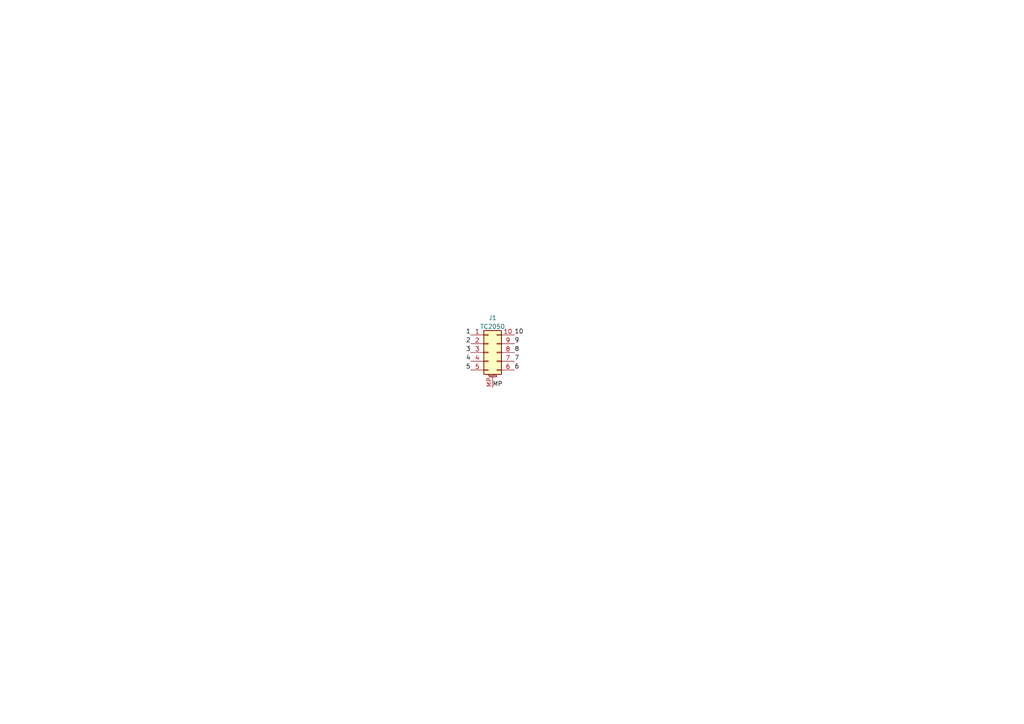
<source format=kicad_sch>
(kicad_sch (version 20231120) (generator "eeschema") (generator_version "8.0")
  (paper "A4")
  (lib_symbols
    (symbol "Connector_Generic_MountingPin:Conn_02x05_Counter_Clockwise_MountingPin" (pin_names (offset 1.016) hide)
      (property "Reference" "J" (at 1.27 7.62 0))
      (property "Value" "Conn_02x05_Counter_Clockwise_MountingPin" (at 2.54 -7.62 0))
      (symbol "Conn_02x05_Counter_Clockwise_MountingPin_1_1"
        (rectangle (start -1.27 -4.953) (end 0 -5.207) (stroke (width 0.1524)))
        (rectangle (start -1.27 -2.413) (end 0 -2.667) (stroke (width 0.1524)))
        (rectangle (start -1.27 0.127) (end 0 -0.127) (stroke (width 0.1524)))
        (rectangle (start -1.27 2.667) (end 0 2.413) (stroke (width 0.1524)))
        (rectangle (start -1.27 5.207) (end 0 4.953) (stroke (width 0.1524)))
        (rectangle (start -1.27 6.35) (end 3.81 -6.35) (stroke (width 0.254)) (fill (type background)))
        (polyline (pts (xy 0.254 -7.112) (xy 2.286 -7.112)) (stroke (width 0.1524)))
        (rectangle (start 3.81 -4.953) (end 2.54 -5.207) (stroke (width 0.1524)))
        (rectangle (start 3.81 -2.413) (end 2.54 -2.667) (stroke (width 0.1524)))
        (rectangle (start 3.81 0.127) (end 2.54 -0.127) (stroke (width 0.1524)))
        (rectangle (start 3.81 2.667) (end 2.54 2.413) (stroke (width 0.1524)))
        (rectangle (start 3.81 5.207) (end 2.54 4.953) (stroke (width 0.1524)))
        (text "Mounting" (at 1.27 -6.731 0) (effects (font (size 0.381 0.381))))
        (pin passive line (at -5.08 5.08 0) (length 3.81) (name "Pin_1") (number "1"))
        (pin passive line (at 7.62 5.08 180) (length 3.81) (name "Pin_10") (number "10"))
        (pin passive line (at -5.08 2.54 0) (length 3.81) (name "Pin_2") (number "2"))
        (pin passive line (at -5.08 0 0) (length 3.81) (name "Pin_3") (number "3"))
        (pin passive line (at -5.08 -2.54 0) (length 3.81) (name "Pin_4") (number "4"))
        (pin passive line (at -5.08 -5.08 0) (length 3.81) (name "Pin_5") (number "5"))
        (pin passive line (at 7.62 -5.08 180) (length 3.81) (name "Pin_6") (number "6"))
        (pin passive line (at 7.62 -2.54 180) (length 3.81) (name "Pin_7") (number "7"))
        (pin passive line (at 7.62 0 180) (length 3.81) (name "Pin_8") (number "8"))
        (pin passive line (at 7.62 2.54 180) (length 3.81) (name "Pin_9") (number "9"))
        (pin passive line (at 1.27 -10.16 90) (length 3.048) (name "MountPin") (number "MP"))
      )
    )
  )
  (label "4" (at 136.525 104.775 180))
  (label "8" (at 149.225 102.235 0))
  (label "3" (at 136.525 102.235 180))
  (label "1" (at 136.525 97.155 180))
  (label "MP" (at 142.875 112.395 0))
  (label "6" (at 149.225 107.315 0))
  (label "7" (at 149.225 104.775 0))
  (label "10" (at 149.225 97.155 0))
  (label "5" (at 136.525 107.315 180))
  (label "9" (at 149.225 99.695 0))
  (label "2" (at 136.525 99.695 180))
  (symbol (lib_id "Connector_Generic_MountingPin:Conn_02x05_Counter_Clockwise_MountingPin") (at 141.605 102.235 0) (unit 1)
    (property "Reference" "J1" (at 142.875 92.1852 0))
    (property "Value" "TC2050" (at 142.875 94.7221 0))
    (property "Footprint" "Connector:Tag-Connect_TC2050-IDC-NL_2x05_P1.27mm_Vertical" (effects (hide yes)))
  )
)
</source>
